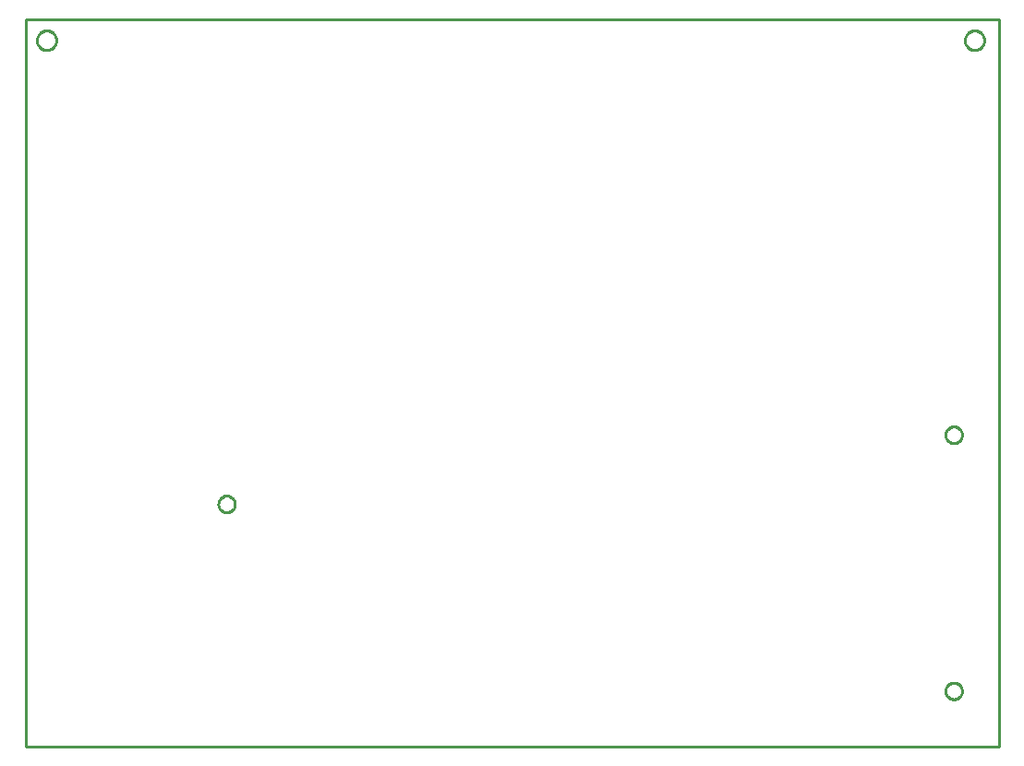
<source format=gbr>
G04 EAGLE Gerber X2 export*
%TF.Part,Single*%
%TF.FileFunction,Profile,NP*%
%TF.FilePolarity,Positive*%
%TF.GenerationSoftware,Autodesk,EAGLE,8.7.1*%
%TF.CreationDate,2018-04-19T12:08:15Z*%
G75*
%MOMM*%
%FSLAX34Y34*%
%LPD*%
%AMOC8*
5,1,8,0,0,1.08239X$1,22.5*%
G01*
%ADD10C,0.254000*%


D10*
X0Y0D02*
X892050Y0D01*
X892050Y666650D01*
X0Y666650D01*
X0Y0D01*
X27940Y647312D02*
X27872Y646539D01*
X27738Y645774D01*
X27537Y645024D01*
X27271Y644295D01*
X26943Y643591D01*
X26555Y642919D01*
X26110Y642283D01*
X25611Y641688D01*
X25062Y641139D01*
X24467Y640640D01*
X23831Y640195D01*
X23159Y639807D01*
X22455Y639479D01*
X21726Y639213D01*
X20976Y639012D01*
X20211Y638878D01*
X19438Y638810D01*
X18662Y638810D01*
X17889Y638878D01*
X17124Y639012D01*
X16374Y639213D01*
X15645Y639479D01*
X14941Y639807D01*
X14269Y640195D01*
X13633Y640640D01*
X13038Y641139D01*
X12489Y641688D01*
X11990Y642283D01*
X11545Y642919D01*
X11157Y643591D01*
X10829Y644295D01*
X10563Y645024D01*
X10362Y645774D01*
X10228Y646539D01*
X10160Y647312D01*
X10160Y648088D01*
X10228Y648861D01*
X10362Y649626D01*
X10563Y650376D01*
X10829Y651105D01*
X11157Y651809D01*
X11545Y652481D01*
X11990Y653117D01*
X12489Y653712D01*
X13038Y654261D01*
X13633Y654760D01*
X14269Y655205D01*
X14941Y655593D01*
X15645Y655921D01*
X16374Y656187D01*
X17124Y656388D01*
X17889Y656522D01*
X18662Y656590D01*
X19438Y656590D01*
X20211Y656522D01*
X20976Y656388D01*
X21726Y656187D01*
X22455Y655921D01*
X23159Y655593D01*
X23831Y655205D01*
X24467Y654760D01*
X25062Y654261D01*
X25611Y653712D01*
X26110Y653117D01*
X26555Y652481D01*
X26943Y651809D01*
X27271Y651105D01*
X27537Y650376D01*
X27738Y649626D01*
X27872Y648861D01*
X27940Y648088D01*
X27940Y647312D01*
X878840Y647312D02*
X878772Y646539D01*
X878638Y645774D01*
X878437Y645024D01*
X878171Y644295D01*
X877843Y643591D01*
X877455Y642919D01*
X877010Y642283D01*
X876511Y641688D01*
X875962Y641139D01*
X875367Y640640D01*
X874731Y640195D01*
X874059Y639807D01*
X873355Y639479D01*
X872626Y639213D01*
X871876Y639012D01*
X871111Y638878D01*
X870338Y638810D01*
X869562Y638810D01*
X868789Y638878D01*
X868024Y639012D01*
X867274Y639213D01*
X866545Y639479D01*
X865841Y639807D01*
X865169Y640195D01*
X864533Y640640D01*
X863938Y641139D01*
X863389Y641688D01*
X862890Y642283D01*
X862445Y642919D01*
X862057Y643591D01*
X861729Y644295D01*
X861463Y645024D01*
X861262Y645774D01*
X861128Y646539D01*
X861060Y647312D01*
X861060Y648088D01*
X861128Y648861D01*
X861262Y649626D01*
X861463Y650376D01*
X861729Y651105D01*
X862057Y651809D01*
X862445Y652481D01*
X862890Y653117D01*
X863389Y653712D01*
X863938Y654261D01*
X864533Y654760D01*
X865169Y655205D01*
X865841Y655593D01*
X866545Y655921D01*
X867274Y656187D01*
X868024Y656388D01*
X868789Y656522D01*
X869562Y656590D01*
X870338Y656590D01*
X871111Y656522D01*
X871876Y656388D01*
X872626Y656187D01*
X873355Y655921D01*
X874059Y655593D01*
X874731Y655205D01*
X875367Y654760D01*
X875962Y654261D01*
X876511Y653712D01*
X877010Y653117D01*
X877455Y652481D01*
X877843Y651809D01*
X878171Y651105D01*
X878437Y650376D01*
X878638Y649626D01*
X878772Y648861D01*
X878840Y648088D01*
X878840Y647312D01*
X858520Y50426D02*
X858447Y49681D01*
X858301Y48946D01*
X858083Y48230D01*
X857797Y47538D01*
X857444Y46878D01*
X857028Y46255D01*
X856553Y45677D01*
X856023Y45147D01*
X855445Y44672D01*
X854822Y44256D01*
X854162Y43903D01*
X853470Y43617D01*
X852754Y43399D01*
X852019Y43253D01*
X851274Y43180D01*
X850526Y43180D01*
X849781Y43253D01*
X849046Y43399D01*
X848330Y43617D01*
X847638Y43903D01*
X846978Y44256D01*
X846355Y44672D01*
X845777Y45147D01*
X845247Y45677D01*
X844772Y46255D01*
X844356Y46878D01*
X844003Y47538D01*
X843717Y48230D01*
X843499Y48946D01*
X843353Y49681D01*
X843280Y50426D01*
X843280Y51174D01*
X843353Y51919D01*
X843499Y52654D01*
X843717Y53370D01*
X844003Y54062D01*
X844356Y54722D01*
X844772Y55345D01*
X845247Y55923D01*
X845777Y56453D01*
X846355Y56928D01*
X846978Y57344D01*
X847638Y57697D01*
X848330Y57983D01*
X849046Y58201D01*
X849781Y58347D01*
X850526Y58420D01*
X851274Y58420D01*
X852019Y58347D01*
X852754Y58201D01*
X853470Y57983D01*
X854162Y57697D01*
X854822Y57344D01*
X855445Y56928D01*
X856023Y56453D01*
X856553Y55923D01*
X857028Y55345D01*
X857444Y54722D01*
X857797Y54062D01*
X858083Y53370D01*
X858301Y52654D01*
X858447Y51919D01*
X858520Y51174D01*
X858520Y50426D01*
X858520Y285376D02*
X858447Y284631D01*
X858301Y283896D01*
X858083Y283180D01*
X857797Y282488D01*
X857444Y281828D01*
X857028Y281205D01*
X856553Y280627D01*
X856023Y280097D01*
X855445Y279622D01*
X854822Y279206D01*
X854162Y278853D01*
X853470Y278567D01*
X852754Y278349D01*
X852019Y278203D01*
X851274Y278130D01*
X850526Y278130D01*
X849781Y278203D01*
X849046Y278349D01*
X848330Y278567D01*
X847638Y278853D01*
X846978Y279206D01*
X846355Y279622D01*
X845777Y280097D01*
X845247Y280627D01*
X844772Y281205D01*
X844356Y281828D01*
X844003Y282488D01*
X843717Y283180D01*
X843499Y283896D01*
X843353Y284631D01*
X843280Y285376D01*
X843280Y286124D01*
X843353Y286869D01*
X843499Y287604D01*
X843717Y288320D01*
X844003Y289012D01*
X844356Y289672D01*
X844772Y290295D01*
X845247Y290873D01*
X845777Y291403D01*
X846355Y291878D01*
X846978Y292294D01*
X847638Y292647D01*
X848330Y292933D01*
X849046Y293151D01*
X849781Y293297D01*
X850526Y293370D01*
X851274Y293370D01*
X852019Y293297D01*
X852754Y293151D01*
X853470Y292933D01*
X854162Y292647D01*
X854822Y292294D01*
X855445Y291878D01*
X856023Y291403D01*
X856553Y290873D01*
X857028Y290295D01*
X857444Y289672D01*
X857797Y289012D01*
X858083Y288320D01*
X858301Y287604D01*
X858447Y286869D01*
X858520Y286124D01*
X858520Y285376D01*
X191770Y221876D02*
X191697Y221131D01*
X191551Y220396D01*
X191333Y219680D01*
X191047Y218988D01*
X190694Y218328D01*
X190278Y217705D01*
X189803Y217127D01*
X189273Y216597D01*
X188695Y216122D01*
X188072Y215706D01*
X187412Y215353D01*
X186720Y215067D01*
X186004Y214849D01*
X185269Y214703D01*
X184524Y214630D01*
X183776Y214630D01*
X183031Y214703D01*
X182296Y214849D01*
X181580Y215067D01*
X180888Y215353D01*
X180228Y215706D01*
X179605Y216122D01*
X179027Y216597D01*
X178497Y217127D01*
X178022Y217705D01*
X177606Y218328D01*
X177253Y218988D01*
X176967Y219680D01*
X176749Y220396D01*
X176603Y221131D01*
X176530Y221876D01*
X176530Y222624D01*
X176603Y223369D01*
X176749Y224104D01*
X176967Y224820D01*
X177253Y225512D01*
X177606Y226172D01*
X178022Y226795D01*
X178497Y227373D01*
X179027Y227903D01*
X179605Y228378D01*
X180228Y228794D01*
X180888Y229147D01*
X181580Y229433D01*
X182296Y229651D01*
X183031Y229797D01*
X183776Y229870D01*
X184524Y229870D01*
X185269Y229797D01*
X186004Y229651D01*
X186720Y229433D01*
X187412Y229147D01*
X188072Y228794D01*
X188695Y228378D01*
X189273Y227903D01*
X189803Y227373D01*
X190278Y226795D01*
X190694Y226172D01*
X191047Y225512D01*
X191333Y224820D01*
X191551Y224104D01*
X191697Y223369D01*
X191770Y222624D01*
X191770Y221876D01*
X27940Y647312D02*
X27872Y646539D01*
X27738Y645774D01*
X27537Y645024D01*
X27271Y644295D01*
X26943Y643591D01*
X26555Y642919D01*
X26110Y642283D01*
X25611Y641688D01*
X25062Y641139D01*
X24467Y640640D01*
X23831Y640195D01*
X23159Y639807D01*
X22455Y639479D01*
X21726Y639213D01*
X20976Y639012D01*
X20211Y638878D01*
X19438Y638810D01*
X18662Y638810D01*
X17889Y638878D01*
X17124Y639012D01*
X16374Y639213D01*
X15645Y639479D01*
X14941Y639807D01*
X14269Y640195D01*
X13633Y640640D01*
X13038Y641139D01*
X12489Y641688D01*
X11990Y642283D01*
X11545Y642919D01*
X11157Y643591D01*
X10829Y644295D01*
X10563Y645024D01*
X10362Y645774D01*
X10228Y646539D01*
X10160Y647312D01*
X10160Y648088D01*
X10228Y648861D01*
X10362Y649626D01*
X10563Y650376D01*
X10829Y651105D01*
X11157Y651809D01*
X11545Y652481D01*
X11990Y653117D01*
X12489Y653712D01*
X13038Y654261D01*
X13633Y654760D01*
X14269Y655205D01*
X14941Y655593D01*
X15645Y655921D01*
X16374Y656187D01*
X17124Y656388D01*
X17889Y656522D01*
X18662Y656590D01*
X19438Y656590D01*
X20211Y656522D01*
X20976Y656388D01*
X21726Y656187D01*
X22455Y655921D01*
X23159Y655593D01*
X23831Y655205D01*
X24467Y654760D01*
X25062Y654261D01*
X25611Y653712D01*
X26110Y653117D01*
X26555Y652481D01*
X26943Y651809D01*
X27271Y651105D01*
X27537Y650376D01*
X27738Y649626D01*
X27872Y648861D01*
X27940Y648088D01*
X27940Y647312D01*
X878840Y647312D02*
X878772Y646539D01*
X878638Y645774D01*
X878437Y645024D01*
X878171Y644295D01*
X877843Y643591D01*
X877455Y642919D01*
X877010Y642283D01*
X876511Y641688D01*
X875962Y641139D01*
X875367Y640640D01*
X874731Y640195D01*
X874059Y639807D01*
X873355Y639479D01*
X872626Y639213D01*
X871876Y639012D01*
X871111Y638878D01*
X870338Y638810D01*
X869562Y638810D01*
X868789Y638878D01*
X868024Y639012D01*
X867274Y639213D01*
X866545Y639479D01*
X865841Y639807D01*
X865169Y640195D01*
X864533Y640640D01*
X863938Y641139D01*
X863389Y641688D01*
X862890Y642283D01*
X862445Y642919D01*
X862057Y643591D01*
X861729Y644295D01*
X861463Y645024D01*
X861262Y645774D01*
X861128Y646539D01*
X861060Y647312D01*
X861060Y648088D01*
X861128Y648861D01*
X861262Y649626D01*
X861463Y650376D01*
X861729Y651105D01*
X862057Y651809D01*
X862445Y652481D01*
X862890Y653117D01*
X863389Y653712D01*
X863938Y654261D01*
X864533Y654760D01*
X865169Y655205D01*
X865841Y655593D01*
X866545Y655921D01*
X867274Y656187D01*
X868024Y656388D01*
X868789Y656522D01*
X869562Y656590D01*
X870338Y656590D01*
X871111Y656522D01*
X871876Y656388D01*
X872626Y656187D01*
X873355Y655921D01*
X874059Y655593D01*
X874731Y655205D01*
X875367Y654760D01*
X875962Y654261D01*
X876511Y653712D01*
X877010Y653117D01*
X877455Y652481D01*
X877843Y651809D01*
X878171Y651105D01*
X878437Y650376D01*
X878638Y649626D01*
X878772Y648861D01*
X878840Y648088D01*
X878840Y647312D01*
X858520Y50426D02*
X858447Y49681D01*
X858301Y48946D01*
X858083Y48230D01*
X857797Y47538D01*
X857444Y46878D01*
X857028Y46255D01*
X856553Y45677D01*
X856023Y45147D01*
X855445Y44672D01*
X854822Y44256D01*
X854162Y43903D01*
X853470Y43617D01*
X852754Y43399D01*
X852019Y43253D01*
X851274Y43180D01*
X850526Y43180D01*
X849781Y43253D01*
X849046Y43399D01*
X848330Y43617D01*
X847638Y43903D01*
X846978Y44256D01*
X846355Y44672D01*
X845777Y45147D01*
X845247Y45677D01*
X844772Y46255D01*
X844356Y46878D01*
X844003Y47538D01*
X843717Y48230D01*
X843499Y48946D01*
X843353Y49681D01*
X843280Y50426D01*
X843280Y51174D01*
X843353Y51919D01*
X843499Y52654D01*
X843717Y53370D01*
X844003Y54062D01*
X844356Y54722D01*
X844772Y55345D01*
X845247Y55923D01*
X845777Y56453D01*
X846355Y56928D01*
X846978Y57344D01*
X847638Y57697D01*
X848330Y57983D01*
X849046Y58201D01*
X849781Y58347D01*
X850526Y58420D01*
X851274Y58420D01*
X852019Y58347D01*
X852754Y58201D01*
X853470Y57983D01*
X854162Y57697D01*
X854822Y57344D01*
X855445Y56928D01*
X856023Y56453D01*
X856553Y55923D01*
X857028Y55345D01*
X857444Y54722D01*
X857797Y54062D01*
X858083Y53370D01*
X858301Y52654D01*
X858447Y51919D01*
X858520Y51174D01*
X858520Y50426D01*
X858520Y285376D02*
X858447Y284631D01*
X858301Y283896D01*
X858083Y283180D01*
X857797Y282488D01*
X857444Y281828D01*
X857028Y281205D01*
X856553Y280627D01*
X856023Y280097D01*
X855445Y279622D01*
X854822Y279206D01*
X854162Y278853D01*
X853470Y278567D01*
X852754Y278349D01*
X852019Y278203D01*
X851274Y278130D01*
X850526Y278130D01*
X849781Y278203D01*
X849046Y278349D01*
X848330Y278567D01*
X847638Y278853D01*
X846978Y279206D01*
X846355Y279622D01*
X845777Y280097D01*
X845247Y280627D01*
X844772Y281205D01*
X844356Y281828D01*
X844003Y282488D01*
X843717Y283180D01*
X843499Y283896D01*
X843353Y284631D01*
X843280Y285376D01*
X843280Y286124D01*
X843353Y286869D01*
X843499Y287604D01*
X843717Y288320D01*
X844003Y289012D01*
X844356Y289672D01*
X844772Y290295D01*
X845247Y290873D01*
X845777Y291403D01*
X846355Y291878D01*
X846978Y292294D01*
X847638Y292647D01*
X848330Y292933D01*
X849046Y293151D01*
X849781Y293297D01*
X850526Y293370D01*
X851274Y293370D01*
X852019Y293297D01*
X852754Y293151D01*
X853470Y292933D01*
X854162Y292647D01*
X854822Y292294D01*
X855445Y291878D01*
X856023Y291403D01*
X856553Y290873D01*
X857028Y290295D01*
X857444Y289672D01*
X857797Y289012D01*
X858083Y288320D01*
X858301Y287604D01*
X858447Y286869D01*
X858520Y286124D01*
X858520Y285376D01*
X191770Y221876D02*
X191697Y221131D01*
X191551Y220396D01*
X191333Y219680D01*
X191047Y218988D01*
X190694Y218328D01*
X190278Y217705D01*
X189803Y217127D01*
X189273Y216597D01*
X188695Y216122D01*
X188072Y215706D01*
X187412Y215353D01*
X186720Y215067D01*
X186004Y214849D01*
X185269Y214703D01*
X184524Y214630D01*
X183776Y214630D01*
X183031Y214703D01*
X182296Y214849D01*
X181580Y215067D01*
X180888Y215353D01*
X180228Y215706D01*
X179605Y216122D01*
X179027Y216597D01*
X178497Y217127D01*
X178022Y217705D01*
X177606Y218328D01*
X177253Y218988D01*
X176967Y219680D01*
X176749Y220396D01*
X176603Y221131D01*
X176530Y221876D01*
X176530Y222624D01*
X176603Y223369D01*
X176749Y224104D01*
X176967Y224820D01*
X177253Y225512D01*
X177606Y226172D01*
X178022Y226795D01*
X178497Y227373D01*
X179027Y227903D01*
X179605Y228378D01*
X180228Y228794D01*
X180888Y229147D01*
X181580Y229433D01*
X182296Y229651D01*
X183031Y229797D01*
X183776Y229870D01*
X184524Y229870D01*
X185269Y229797D01*
X186004Y229651D01*
X186720Y229433D01*
X187412Y229147D01*
X188072Y228794D01*
X188695Y228378D01*
X189273Y227903D01*
X189803Y227373D01*
X190278Y226795D01*
X190694Y226172D01*
X191047Y225512D01*
X191333Y224820D01*
X191551Y224104D01*
X191697Y223369D01*
X191770Y222624D01*
X191770Y221876D01*
M02*

</source>
